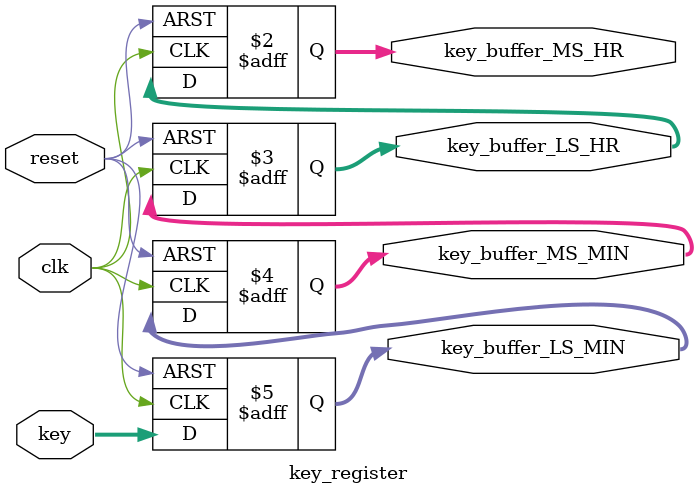
<source format=v>
`timescale 1ns / 1ps


module key_register(
input [3:0]key,
input clk,reset,
output reg [3:0]key_buffer_MS_HR,key_buffer_LS_HR,key_buffer_MS_MIN,key_buffer_LS_MIN
    );
    always@(posedge clk or posedge reset)
    begin
    if(reset)
    begin
    key_buffer_MS_HR<=0;
    key_buffer_LS_HR<=0;
    key_buffer_MS_MIN<=0;
    key_buffer_LS_MIN<=0;
            
    end
    else
    begin
    key_buffer_MS_HR<= key_buffer_LS_HR;
    key_buffer_LS_HR<=key_buffer_MS_MIN;
    key_buffer_MS_MIN<=key_buffer_LS_MIN;
    key_buffer_LS_MIN<=key;            
    end
    end
endmodule

</source>
